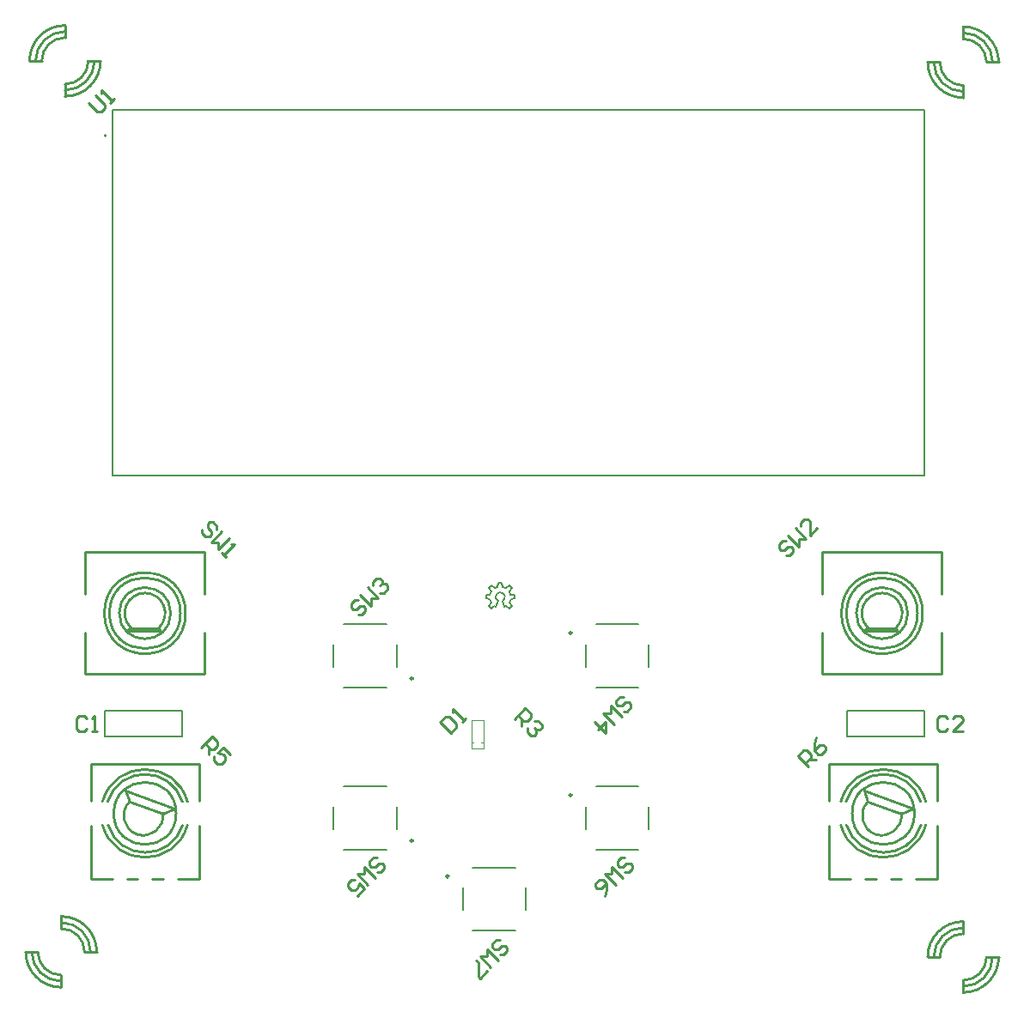
<source format=gto>
G04*
G04 #@! TF.GenerationSoftware,Altium Limited,Altium Designer,23.10.1 (27)*
G04*
G04 Layer_Color=65535*
%FSLAX25Y25*%
%MOIN*%
G70*
G04*
G04 #@! TF.SameCoordinates,F6535FD2-0468-4A63-920D-5F40DC5DF58B*
G04*
G04*
G04 #@! TF.FilePolarity,Positive*
G04*
G01*
G75*
%ADD10C,0.00600*%
%ADD11C,0.01000*%
%ADD12C,0.00984*%
%ADD13C,0.00787*%
%ADD14C,0.00394*%
%ADD15C,0.00500*%
D10*
X185683Y154700D02*
G03*
X184083Y154700I-800J1600D01*
G01*
X183083Y152400D02*
X184083Y154700D01*
X182583Y152700D02*
X183083Y152400D01*
X181383Y151900D02*
X182583Y152700D01*
X180483Y152800D02*
X181383Y151900D01*
X180483Y152800D02*
X181283Y154100D01*
X180783Y155400D02*
X181283Y154100D01*
X179283Y155700D02*
X180783Y155400D01*
X179283Y155700D02*
Y157000D01*
X180783Y157200D01*
X181383Y158500D01*
X180483Y159800D02*
X181383Y158500D01*
X180483Y159800D02*
X181383Y160700D01*
X182683Y159800D01*
X183883Y160300D01*
X184183Y161900D01*
X185483D01*
X185783Y160300D01*
X186983Y159800D01*
X188383Y160700D01*
X189283Y159800D01*
X188383Y158500D02*
X189283Y159800D01*
X188383Y158500D02*
X188883Y157300D01*
X190383Y157000D01*
Y155700D02*
Y157000D01*
X188983Y155400D02*
X190383Y155700D01*
X188383Y154100D02*
X188983Y155400D01*
X188383Y154100D02*
X189283Y152800D01*
X188383Y151900D02*
X189283Y152800D01*
X187183Y152700D02*
X188383Y151900D01*
X186583Y152400D02*
X187183Y152700D01*
X185683Y154700D02*
X186583Y152400D01*
D11*
X345604Y72264D02*
G03*
X345604Y72264I-12104J0D01*
G01*
X327500Y76764D02*
G03*
X340505Y72259I5413J-5397D01*
G01*
X319151Y67764D02*
G03*
X348105Y67618I14500J4500D01*
G01*
X348000Y76764D02*
G03*
X319046Y76910I-14500J-4500D01*
G01*
X317000Y67764D02*
G03*
X350000Y67764I16500J4500D01*
G01*
X350000Y76764D02*
G03*
X317036Y76894I-16500J-4500D01*
G01*
X721Y18500D02*
G03*
X14500Y4721I13780J0D01*
G01*
X28280Y18500D02*
G03*
X14500Y32280I-13780J0D01*
G01*
X3083Y18500D02*
G03*
X14500Y7083I11417J0D01*
G01*
X25917Y18500D02*
G03*
X14500Y29917I-11417J0D01*
G01*
X5445Y18500D02*
G03*
X14500Y9445I9055J0D01*
G01*
X23555Y18500D02*
G03*
X14500Y27555I-9055J0D01*
G01*
X373555Y364000D02*
G03*
X364500Y373055I-9055J0D01*
G01*
X355445Y364000D02*
G03*
X364500Y354945I9055J0D01*
G01*
X375917Y364000D02*
G03*
X364500Y375417I-11417J0D01*
G01*
X353083Y364000D02*
G03*
X364500Y352583I11417J0D01*
G01*
X378279Y364000D02*
G03*
X364500Y377780I-13780J0D01*
G01*
X350721Y364000D02*
G03*
X364500Y350220I13780J0D01*
G01*
X338531Y144469D02*
G03*
X327391Y144547I-5532J5547D01*
G01*
X348748Y150015D02*
G03*
X348748Y150015I-15748J0D01*
G01*
X346780D02*
G03*
X346780Y150015I-13780J0D01*
G01*
X342972D02*
G03*
X342972Y150015I-9973J0D01*
G01*
X56972D02*
G03*
X56972Y150015I-9973J0D01*
G01*
X60781D02*
G03*
X60781Y150015I-13780J0D01*
G01*
X62748D02*
G03*
X62748Y150015I-15748J0D01*
G01*
X52531Y144469D02*
G03*
X41391Y144547I-5532J5547D01*
G01*
X63500Y76764D02*
G03*
X30537Y76894I-16500J-4500D01*
G01*
X30501Y67764D02*
G03*
X63500Y67764I16500J4500D01*
G01*
X61501Y76764D02*
G03*
X32547Y76910I-14500J-4500D01*
G01*
X32652Y67764D02*
G03*
X61606Y67618I14500J4500D01*
G01*
X41001Y76764D02*
G03*
X54005Y72259I5413J-5397D01*
G01*
X59105Y72264D02*
G03*
X59105Y72264I-12104J0D01*
G01*
X16000Y355445D02*
G03*
X25055Y364500I0J9055D01*
G01*
X16000Y373555D02*
G03*
X6945Y364500I0J-9055D01*
G01*
X16000Y353083D02*
G03*
X27417Y364500I0J11417D01*
G01*
X16000Y375917D02*
G03*
X4583Y364500I0J-11417D01*
G01*
X16000Y350721D02*
G03*
X29779Y364500I0J13780D01*
G01*
X16000Y378279D02*
G03*
X2221Y364500I0J-13780D01*
G01*
X364500Y30279D02*
G03*
X350721Y16500I0J-13780D01*
G01*
X364500Y2720D02*
G03*
X378279Y16500I0J13780D01*
G01*
X364500Y27917D02*
G03*
X353083Y16500I0J-11417D01*
G01*
X364500Y5083D02*
G03*
X375917Y16500I0J11417D01*
G01*
X364500Y25555D02*
G03*
X355445Y16500I0J-9055D01*
G01*
X364500Y7445D02*
G03*
X373555Y16500I0J9055D01*
G01*
X312437Y91358D02*
X354563D01*
X312437Y77046D02*
Y91358D01*
Y46673D02*
Y67481D01*
X354563Y77046D02*
Y91358D01*
X354563Y46673D02*
Y67481D01*
X312437Y46673D02*
X320837D01*
X326477D02*
X330680D01*
X336320D02*
X340522D01*
X346162D02*
X354563D01*
X326000Y81264D02*
X327500Y76764D01*
X340500Y72264D01*
X345000Y74264D01*
X326000Y81264D02*
X345000Y74264D01*
X721Y18500D02*
X5445D01*
X14500Y27555D02*
Y32279D01*
X23555Y18500D02*
X28280D01*
X14500Y4720D02*
Y9445D01*
X364500Y350221D02*
X364500Y354945D01*
X373555Y364000D02*
X378280D01*
X364500Y373055D02*
X364500Y377780D01*
X350721Y364000D02*
X355445D01*
X327822Y144118D02*
X338155D01*
X327316Y144624D02*
X327822Y144118D01*
X339029Y143244D02*
X339063D01*
X338155Y144118D02*
X339029Y143244D01*
X326110D02*
X339063D01*
X326110D02*
Y143266D01*
X327391Y144547D01*
X309772Y126393D02*
X356229D01*
X309772Y157590D02*
Y173638D01*
Y126393D02*
Y142441D01*
X356229Y157590D02*
Y173362D01*
Y126393D02*
Y142441D01*
X309772Y173638D02*
X356229D01*
X23772D02*
X70229D01*
Y126393D02*
Y142441D01*
Y157590D02*
Y173362D01*
X23772Y126393D02*
Y142441D01*
Y157590D02*
Y173638D01*
Y126393D02*
X70229D01*
X40110Y143266D02*
X41391Y144547D01*
X40110Y143244D02*
Y143266D01*
Y143244D02*
X53063D01*
X52155Y144118D02*
X53029Y143244D01*
X53063D01*
X41317Y144624D02*
X41822Y144118D01*
X52155D01*
X39500Y81264D02*
X58500Y74264D01*
X54001Y72264D02*
X58500Y74264D01*
X41001Y76764D02*
X54001Y72264D01*
X39500Y81264D02*
X41001Y76764D01*
X59663Y46673D02*
X68063D01*
X49821D02*
X54022D01*
X39978D02*
X44180D01*
X25938D02*
X34337D01*
X68063D02*
Y67481D01*
X68063Y77046D02*
Y91358D01*
X25938Y46673D02*
Y67481D01*
Y77046D02*
Y91358D01*
X68063D01*
X2221Y364500D02*
X6945Y364500D01*
X16000Y350720D02*
Y355445D01*
X25055Y364500D02*
X29780Y364500D01*
X16000Y373555D02*
Y378279D01*
X364500Y25555D02*
Y30279D01*
X373555Y16500D02*
X378279D01*
X364500Y2720D02*
Y7445D01*
X350720Y16500D02*
X355445D01*
X25052Y348293D02*
X28586Y344759D01*
X30000D01*
X31414Y346172D01*
Y347586D01*
X27879Y351121D01*
X33534Y348293D02*
X34948Y349707D01*
X34241Y349000D01*
X30000Y353241D01*
Y351828D01*
X184741Y17414D02*
X186155D01*
X187569Y18827D01*
Y20241D01*
X186862Y20948D01*
X185448D01*
X184034Y19534D01*
X182621D01*
X181914Y20241D01*
Y21655D01*
X183327Y23069D01*
X184741D01*
X184034Y15293D02*
X179793Y19534D01*
Y16707D01*
X176966D01*
X181207Y12466D01*
X179793Y11052D02*
X176966Y8224D01*
X176259Y8931D01*
Y14586D01*
X175552Y15293D01*
X233184Y49414D02*
X234598D01*
X236012Y50827D01*
Y52241D01*
X235305Y52948D01*
X233891D01*
X232477Y51534D01*
X231064D01*
X230357Y52241D01*
Y53655D01*
X231770Y55069D01*
X233184D01*
X232477Y47293D02*
X228236Y51534D01*
Y48707D01*
X225408D01*
X229650Y44466D01*
X225408Y40224D02*
X226115Y42345D01*
Y45173D01*
X224702Y46586D01*
X223288D01*
X221874Y45173D01*
Y43759D01*
X222581Y43052D01*
X223995D01*
X226115Y45173D01*
X137031Y49414D02*
X138445D01*
X139859Y50827D01*
Y52241D01*
X139152Y52948D01*
X137738D01*
X136324Y51534D01*
X134910D01*
X134204Y52241D01*
Y53655D01*
X135617Y55069D01*
X137031D01*
X136324Y47293D02*
X132083Y51534D01*
Y48707D01*
X129255D01*
X133497Y44466D01*
X129255Y40224D02*
X132083Y43052D01*
X129962Y45173D01*
X129255Y43052D01*
X128549Y42345D01*
X127135D01*
X125721Y43759D01*
Y45173D01*
X127135Y46586D01*
X128549D01*
X232684Y111914D02*
X234098D01*
X235512Y113328D01*
Y114741D01*
X234805Y115448D01*
X233391D01*
X231977Y114034D01*
X230563D01*
X229857Y114741D01*
Y116155D01*
X231270Y117569D01*
X232684D01*
X231977Y109793D02*
X227736Y114034D01*
Y111207D01*
X224908D01*
X229150Y106966D01*
X221374Y107673D02*
X225615Y103431D01*
Y107673D01*
X222788Y104845D01*
X129759Y155086D02*
X128345D01*
X126931Y153673D01*
Y152259D01*
X127638Y151552D01*
X129052D01*
X130466Y152966D01*
X131879D01*
X132586Y152259D01*
Y150845D01*
X131173Y149431D01*
X129759D01*
X130466Y157207D02*
X134707Y152966D01*
Y155793D01*
X137534D01*
X133293Y160034D01*
X135414Y160741D02*
Y162155D01*
X136828Y163569D01*
X138241D01*
X138948Y162862D01*
Y161448D01*
X138241Y160741D01*
X138948Y161448D01*
X140362D01*
X141069Y160741D01*
Y159327D01*
X139655Y157914D01*
X138241D01*
X295759Y178086D02*
X294345D01*
X292931Y176672D01*
Y175259D01*
X293638Y174552D01*
X295052D01*
X296466Y175966D01*
X297879D01*
X298586Y175259D01*
Y173845D01*
X297172Y172431D01*
X295759D01*
X296466Y180207D02*
X300707Y175966D01*
Y178793D01*
X303534D01*
X299293Y183034D01*
X307776D02*
X304948Y180207D01*
Y185862D01*
X304241Y186569D01*
X302828D01*
X301414Y185155D01*
Y183741D01*
X74793Y182534D02*
Y183948D01*
X73379Y185362D01*
X71966D01*
X71259Y184655D01*
Y183241D01*
X72672Y181827D01*
Y180414D01*
X71966Y179707D01*
X70552D01*
X69138Y181121D01*
Y182534D01*
X76914Y181827D02*
X72672Y177586D01*
X75500D01*
Y174759D01*
X79741Y179000D01*
X76914Y173345D02*
X78328Y171931D01*
X77621Y172638D01*
X81862Y176879D01*
X80448D01*
X304586Y90345D02*
X300345Y94586D01*
X302466Y96707D01*
X303879D01*
X305293Y95293D01*
Y93879D01*
X303172Y91759D01*
X304586Y93173D02*
X307414D01*
Y101655D02*
X306707Y99534D01*
Y96707D01*
X308121Y95293D01*
X309534D01*
X310948Y96707D01*
Y98121D01*
X310241Y98827D01*
X308827D01*
X306707Y96707D01*
X68845Y97914D02*
X73086Y102155D01*
X75207Y100034D01*
Y98621D01*
X73793Y97207D01*
X72379D01*
X70259Y99327D01*
X71672Y97914D02*
Y95086D01*
X80155D02*
X77328Y97914D01*
X75207Y95793D01*
X77328Y95086D01*
X78034Y94379D01*
Y92966D01*
X76621Y91552D01*
X75207D01*
X73793Y92966D01*
Y94379D01*
X190345Y108914D02*
X194586Y113155D01*
X196707Y111034D01*
Y109621D01*
X195293Y108207D01*
X193879D01*
X191759Y110327D01*
X193173Y108914D02*
Y106086D01*
X198121Y108207D02*
X199534D01*
X200948Y106793D01*
Y105379D01*
X200241Y104673D01*
X198828D01*
X198121Y105379D01*
X198828Y104673D01*
Y103259D01*
X198121Y102552D01*
X196707D01*
X195293Y103966D01*
Y105379D01*
X161552Y107793D02*
X165793Y103552D01*
X167914Y105673D01*
Y107086D01*
X165086Y109914D01*
X163672D01*
X161552Y107793D01*
X170034D02*
X171448Y109207D01*
X170741Y108500D01*
X166500Y112741D01*
Y111328D01*
X358500Y108999D02*
X357501Y109999D01*
X355501D01*
X354502Y108999D01*
Y105001D01*
X355501Y104001D01*
X357501D01*
X358500Y105001D01*
X364498Y104001D02*
X360500D01*
X364498Y108000D01*
Y108999D01*
X363499Y109999D01*
X361499D01*
X360500Y108999D01*
X24500D02*
X23500Y109999D01*
X21501D01*
X20501Y108999D01*
Y105001D01*
X21501Y104001D01*
X23500D01*
X24500Y105001D01*
X26499Y104001D02*
X28499D01*
X27499D01*
Y109999D01*
X26499Y108999D01*
D12*
X164882Y47858D02*
G03*
X164882Y47858I-492J0D01*
G01*
X212603Y79358D02*
G03*
X212603Y79358I-492J0D01*
G01*
X151002Y61642D02*
G03*
X151002Y61642I-492J0D01*
G01*
X212603Y142358D02*
G03*
X212603Y142358I-492J0D01*
G01*
X150992Y124642D02*
G03*
X150992Y124642I-492J0D01*
G01*
D13*
X31961Y335524D02*
G03*
X31961Y335524I-394J0D01*
G01*
X319500Y112000D02*
X349500D01*
X319500Y102000D02*
Y112000D01*
Y102000D02*
X349500D01*
Y112000D01*
X194705Y34669D02*
Y43331D01*
X174232Y51205D02*
X190768D01*
X170295Y34669D02*
Y43331D01*
X174232Y26795D02*
X190768D01*
X61500Y102000D02*
Y112000D01*
X31500Y102000D02*
X61500D01*
X31500D02*
Y112000D01*
X61500D01*
X221954Y58295D02*
X238489D01*
X218017Y66169D02*
Y74831D01*
X221954Y82705D02*
X238489D01*
X242426Y66169D02*
Y74831D01*
X124132Y82705D02*
X140668D01*
X144605Y66169D02*
Y74831D01*
X124132Y58295D02*
X140668D01*
X120195Y66169D02*
Y74831D01*
X221954Y121295D02*
X238489D01*
X218017Y129169D02*
Y137831D01*
X221954Y145705D02*
X238489D01*
X242426Y129169D02*
Y137831D01*
X124122Y145705D02*
X140657D01*
X144595Y129169D02*
Y137831D01*
X124122Y121295D02*
X140657D01*
X120185Y129169D02*
Y137831D01*
D14*
X173638Y108512D02*
X178362D01*
X173638Y97488D02*
Y108512D01*
Y97488D02*
X178362D01*
Y108512D01*
X177535Y99811D02*
X178323D01*
X173638Y99693D02*
X174425D01*
D15*
X34520Y345366D02*
X349480D01*
Y203634D02*
Y345366D01*
X34520Y203634D02*
X349480D01*
X34520D02*
Y345366D01*
M02*

</source>
